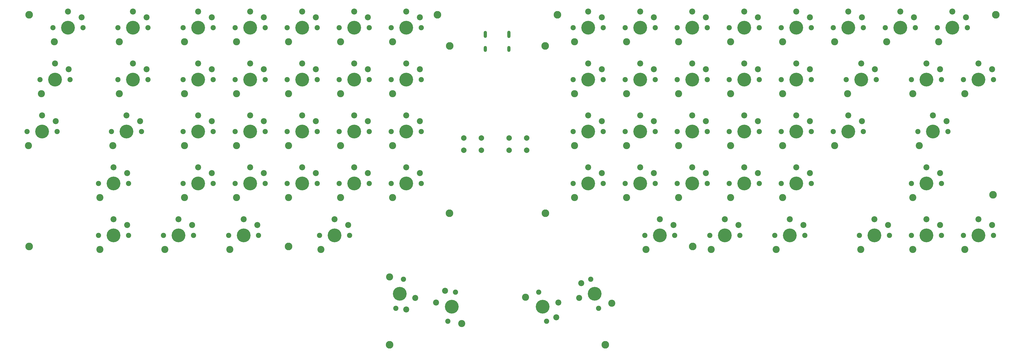
<source format=gbs>
G04 #@! TF.GenerationSoftware,KiCad,Pcbnew,(6.0.10)*
G04 #@! TF.CreationDate,2023-02-11T23:58:13+13:00*
G04 #@! TF.ProjectId,orthoCode,6f727468-6f43-46f6-9465-2e6b69636164,rev?*
G04 #@! TF.SameCoordinates,Original*
G04 #@! TF.FileFunction,Soldermask,Bot*
G04 #@! TF.FilePolarity,Negative*
%FSLAX46Y46*%
G04 Gerber Fmt 4.6, Leading zero omitted, Abs format (unit mm)*
G04 Created by KiCad (PCBNEW (6.0.10)) date 2023-02-11 23:58:13*
%MOMM*%
%LPD*%
G01*
G04 APERTURE LIST*
%ADD10C,2.800000*%
%ADD11C,2.000000*%
%ADD12C,1.900000*%
%ADD13C,5.050000*%
%ADD14C,2.600000*%
%ADD15C,2.200000*%
%ADD16O,1.200000X2.200000*%
%ADD17O,1.200000X2.700000*%
%ADD18O,1.200000X2.600000*%
G04 APERTURE END LIST*
D10*
X184900000Y-134800000D03*
X184900000Y-134800000D03*
X220100000Y-134800000D03*
X220100000Y-134800000D03*
X242000000Y-183000000D03*
X242000000Y-183000000D03*
X274000000Y-147000000D03*
X274000000Y-147000000D03*
X384000000Y-128000000D03*
X384000000Y-128000000D03*
X385000000Y-62000000D03*
X385000000Y-62000000D03*
X224500000Y-62000000D03*
X224500000Y-62000000D03*
X220000000Y-73400000D03*
X220000000Y-73400000D03*
X185000000Y-73400000D03*
X185000000Y-73400000D03*
X180500000Y-62000000D03*
X180500000Y-62000000D03*
X31000000Y-62000000D03*
X31000000Y-62000000D03*
X31000000Y-147000000D03*
X31000000Y-147000000D03*
X126000000Y-147000000D03*
X126000000Y-147000000D03*
X163000000Y-183000000D03*
X163000000Y-183000000D03*
D11*
X213250000Y-107150000D03*
X206750000Y-107150000D03*
X206750000Y-111650000D03*
X213250000Y-111650000D03*
D12*
X239548505Y-169618842D03*
X236701495Y-158993658D03*
D13*
X238125000Y-164306250D03*
D14*
X244393613Y-167802961D03*
D15*
X232426038Y-165833282D03*
X233160387Y-160460133D03*
D12*
X67412500Y-142875000D03*
D13*
X61912500Y-142875000D03*
D12*
X56412500Y-142875000D03*
D14*
X56912500Y-148025000D03*
D15*
X61912500Y-136975000D03*
X66912500Y-139075000D03*
D12*
X91225000Y-142875000D03*
D13*
X85725000Y-142875000D03*
D14*
X80725000Y-148025000D03*
D12*
X80225000Y-142875000D03*
D15*
X85725000Y-136975000D03*
X90725000Y-139075000D03*
D12*
X104037500Y-142875000D03*
X115037500Y-142875000D03*
D14*
X104537500Y-148025000D03*
D13*
X109537500Y-142875000D03*
D15*
X109537500Y-136975000D03*
X114537500Y-139075000D03*
D12*
X137375000Y-142875000D03*
D13*
X142875000Y-142875000D03*
D12*
X148375000Y-142875000D03*
D14*
X137875000Y-148025000D03*
D15*
X142875000Y-136975000D03*
X147875000Y-139075000D03*
D12*
X168111005Y-158993658D03*
D13*
X166687500Y-164306250D03*
D12*
X165263995Y-169618842D03*
D14*
X163007077Y-158143703D03*
D15*
X172386462Y-165833282D03*
X169063923Y-170119392D03*
D12*
X187161005Y-163756158D03*
D14*
X189417923Y-175231297D03*
D12*
X184313995Y-174381342D03*
D13*
X185737500Y-169068750D03*
D15*
X180038538Y-167541718D03*
X183361077Y-163255608D03*
D12*
X217651495Y-163756158D03*
D14*
X212806387Y-165572039D03*
D12*
X220498505Y-174381342D03*
D13*
X219075000Y-169068750D03*
D15*
X224773962Y-167541718D03*
X224039613Y-172914867D03*
D12*
X267437500Y-142875000D03*
X256437500Y-142875000D03*
D14*
X256937500Y-148025000D03*
D13*
X261937500Y-142875000D03*
D15*
X261937500Y-136975000D03*
X266937500Y-139075000D03*
D12*
X280250000Y-142875000D03*
X291250000Y-142875000D03*
D14*
X280750000Y-148025000D03*
D13*
X285750000Y-142875000D03*
D15*
X285750000Y-136975000D03*
X290750000Y-139075000D03*
D14*
X304562500Y-148025000D03*
D13*
X309562500Y-142875000D03*
D12*
X304062500Y-142875000D03*
X315062500Y-142875000D03*
D15*
X309562500Y-136975000D03*
X314562500Y-139075000D03*
D13*
X340518750Y-142875000D03*
D12*
X335018750Y-142875000D03*
X346018750Y-142875000D03*
D14*
X335518750Y-148025000D03*
D15*
X340518750Y-136975000D03*
X345518750Y-139075000D03*
D12*
X354068750Y-142875000D03*
X365068750Y-142875000D03*
D13*
X359568750Y-142875000D03*
D14*
X354568750Y-148025000D03*
D15*
X359568750Y-136975000D03*
X364568750Y-139075000D03*
D13*
X378618750Y-142875000D03*
D12*
X384118750Y-142875000D03*
D14*
X373618750Y-148025000D03*
D12*
X373118750Y-142875000D03*
D15*
X378618750Y-136975000D03*
X383618750Y-139075000D03*
D12*
X87368750Y-123825000D03*
D14*
X87868750Y-128975000D03*
D13*
X92868750Y-123825000D03*
D12*
X98368750Y-123825000D03*
D15*
X92868750Y-117925000D03*
X97868750Y-120025000D03*
D13*
X111918750Y-123825000D03*
D12*
X106418750Y-123825000D03*
D14*
X106918750Y-128975000D03*
D12*
X117418750Y-123825000D03*
D15*
X111918750Y-117925000D03*
X116918750Y-120025000D03*
D12*
X136468750Y-123825000D03*
X125468750Y-123825000D03*
D14*
X125968750Y-128975000D03*
D13*
X130968750Y-123825000D03*
D15*
X130968750Y-117925000D03*
X135968750Y-120025000D03*
D12*
X144518750Y-123825000D03*
D13*
X150018750Y-123825000D03*
D14*
X145018750Y-128975000D03*
D12*
X155518750Y-123825000D03*
D15*
X150018750Y-117925000D03*
X155018750Y-120025000D03*
D14*
X164068750Y-128975000D03*
D12*
X174568750Y-123825000D03*
X163568750Y-123825000D03*
D13*
X169068750Y-123825000D03*
D15*
X169068750Y-117925000D03*
X174068750Y-120025000D03*
D13*
X235743750Y-123825000D03*
D14*
X230743750Y-128975000D03*
D12*
X241243750Y-123825000D03*
X230243750Y-123825000D03*
D15*
X235743750Y-117925000D03*
X240743750Y-120025000D03*
D12*
X249293750Y-123825000D03*
D13*
X254793750Y-123825000D03*
D12*
X260293750Y-123825000D03*
D14*
X249793750Y-128975000D03*
D15*
X254793750Y-117925000D03*
X259793750Y-120025000D03*
D14*
X268843750Y-128975000D03*
D12*
X279343750Y-123825000D03*
D13*
X273843750Y-123825000D03*
D12*
X268343750Y-123825000D03*
D15*
X273843750Y-117925000D03*
X278843750Y-120025000D03*
D13*
X292893750Y-123825000D03*
D14*
X287893750Y-128975000D03*
D12*
X287393750Y-123825000D03*
X298393750Y-123825000D03*
D15*
X292893750Y-117925000D03*
X297893750Y-120025000D03*
D13*
X311943750Y-123825000D03*
D14*
X306943750Y-128975000D03*
D12*
X317443750Y-123825000D03*
X306443750Y-123825000D03*
D15*
X311943750Y-117925000D03*
X316943750Y-120025000D03*
D12*
X354068750Y-123825000D03*
X365068750Y-123825000D03*
D13*
X359568750Y-123825000D03*
D14*
X354568750Y-128975000D03*
D15*
X359568750Y-117925000D03*
X364568750Y-120025000D03*
D12*
X41218750Y-104775000D03*
X30218750Y-104775000D03*
D13*
X35718750Y-104775000D03*
D14*
X30718750Y-109925000D03*
D15*
X35718750Y-98875000D03*
X40718750Y-100975000D03*
D14*
X61675000Y-109925000D03*
D12*
X72175000Y-104775000D03*
X61175000Y-104775000D03*
D13*
X66675000Y-104775000D03*
D15*
X66675000Y-98875000D03*
X71675000Y-100975000D03*
D12*
X87368750Y-104775000D03*
D14*
X87868750Y-109925000D03*
D13*
X92868750Y-104775000D03*
D12*
X98368750Y-104775000D03*
D15*
X92868750Y-98875000D03*
X97868750Y-100975000D03*
D14*
X106918750Y-109925000D03*
D12*
X117418750Y-104775000D03*
D13*
X111918750Y-104775000D03*
D12*
X106418750Y-104775000D03*
D15*
X111918750Y-98875000D03*
X116918750Y-100975000D03*
D14*
X125968750Y-109925000D03*
D12*
X125468750Y-104775000D03*
X136468750Y-104775000D03*
D13*
X130968750Y-104775000D03*
D15*
X130968750Y-98875000D03*
X135968750Y-100975000D03*
D12*
X155518750Y-104775000D03*
D14*
X145018750Y-109925000D03*
D12*
X144518750Y-104775000D03*
D13*
X150018750Y-104775000D03*
D15*
X150018750Y-98875000D03*
X155018750Y-100975000D03*
D13*
X169068750Y-104775000D03*
D12*
X163568750Y-104775000D03*
D14*
X164068750Y-109925000D03*
D12*
X174568750Y-104775000D03*
D15*
X169068750Y-98875000D03*
X174068750Y-100975000D03*
D12*
X230243750Y-104775000D03*
X241243750Y-104775000D03*
D14*
X230743750Y-109925000D03*
D13*
X235743750Y-104775000D03*
D15*
X235743750Y-98875000D03*
X240743750Y-100975000D03*
D14*
X249793750Y-109925000D03*
D12*
X249293750Y-104775000D03*
X260293750Y-104775000D03*
D13*
X254793750Y-104775000D03*
D15*
X254793750Y-98875000D03*
X259793750Y-100975000D03*
D13*
X273843750Y-104775000D03*
D12*
X268343750Y-104775000D03*
D14*
X268843750Y-109925000D03*
D12*
X279343750Y-104775000D03*
D15*
X273843750Y-98875000D03*
X278843750Y-100975000D03*
D12*
X298393750Y-104775000D03*
D13*
X292893750Y-104775000D03*
D14*
X287893750Y-109925000D03*
D12*
X287393750Y-104775000D03*
D15*
X292893750Y-98875000D03*
X297893750Y-100975000D03*
D14*
X306943750Y-109925000D03*
D12*
X317443750Y-104775000D03*
X306443750Y-104775000D03*
D13*
X311943750Y-104775000D03*
D15*
X311943750Y-98875000D03*
X316943750Y-100975000D03*
D14*
X325993750Y-109925000D03*
D12*
X325493750Y-104775000D03*
D13*
X330993750Y-104775000D03*
D12*
X336493750Y-104775000D03*
D15*
X330993750Y-98875000D03*
X335993750Y-100975000D03*
D12*
X356450000Y-104775000D03*
D14*
X356950000Y-109925000D03*
D13*
X361950000Y-104775000D03*
D12*
X367450000Y-104775000D03*
D15*
X361950000Y-98875000D03*
X366950000Y-100975000D03*
D12*
X34981250Y-85725000D03*
D14*
X35481250Y-90875000D03*
D13*
X40481250Y-85725000D03*
D12*
X45981250Y-85725000D03*
D15*
X40481250Y-79825000D03*
X45481250Y-81925000D03*
D12*
X74556250Y-85725000D03*
D13*
X69056250Y-85725000D03*
D12*
X63556250Y-85725000D03*
D14*
X64056250Y-90875000D03*
D15*
X69056250Y-79825000D03*
X74056250Y-81925000D03*
D12*
X98368750Y-85725000D03*
X87368750Y-85725000D03*
D14*
X87868750Y-90875000D03*
D13*
X92868750Y-85725000D03*
D15*
X92868750Y-79825000D03*
X97868750Y-81925000D03*
D12*
X117418750Y-85725000D03*
D14*
X106918750Y-90875000D03*
D12*
X106418750Y-85725000D03*
D13*
X111918750Y-85725000D03*
D15*
X111918750Y-79825000D03*
X116918750Y-81925000D03*
D14*
X125968750Y-90875000D03*
D12*
X136468750Y-85725000D03*
X125468750Y-85725000D03*
D13*
X130968750Y-85725000D03*
D15*
X130968750Y-79825000D03*
X135968750Y-81925000D03*
D12*
X155518750Y-85725000D03*
D14*
X145018750Y-90875000D03*
D12*
X144518750Y-85725000D03*
D13*
X150018750Y-85725000D03*
D15*
X150018750Y-79825000D03*
X155018750Y-81925000D03*
D12*
X163568750Y-85725000D03*
D14*
X164068750Y-90875000D03*
D13*
X169068750Y-85725000D03*
D12*
X174568750Y-85725000D03*
D15*
X169068750Y-79825000D03*
X174068750Y-81925000D03*
D14*
X230743750Y-90875000D03*
D12*
X230243750Y-85725000D03*
X241243750Y-85725000D03*
D13*
X235743750Y-85725000D03*
D15*
X235743750Y-79825000D03*
X240743750Y-81925000D03*
D13*
X254793750Y-85725000D03*
D12*
X260293750Y-85725000D03*
X249293750Y-85725000D03*
D14*
X249793750Y-90875000D03*
D15*
X254793750Y-79825000D03*
X259793750Y-81925000D03*
D12*
X268343750Y-85725000D03*
X279343750Y-85725000D03*
D14*
X268843750Y-90875000D03*
D13*
X273843750Y-85725000D03*
D15*
X273843750Y-79825000D03*
X278843750Y-81925000D03*
D14*
X287893750Y-90875000D03*
D13*
X292893750Y-85725000D03*
D12*
X287393750Y-85725000D03*
X298393750Y-85725000D03*
D15*
X292893750Y-79825000D03*
X297893750Y-81925000D03*
D13*
X311943750Y-85725000D03*
D12*
X317443750Y-85725000D03*
X306443750Y-85725000D03*
D14*
X306943750Y-90875000D03*
D15*
X311943750Y-79825000D03*
X316943750Y-81925000D03*
D12*
X341256250Y-85725000D03*
D13*
X335756250Y-85725000D03*
D14*
X330756250Y-90875000D03*
D12*
X330256250Y-85725000D03*
D15*
X335756250Y-79825000D03*
X340756250Y-81925000D03*
D12*
X354068750Y-85725000D03*
X365068750Y-85725000D03*
D13*
X359568750Y-85725000D03*
D14*
X354568750Y-90875000D03*
D15*
X359568750Y-79825000D03*
X364568750Y-81925000D03*
D12*
X373118750Y-85725000D03*
X384118750Y-85725000D03*
D14*
X373618750Y-90875000D03*
D13*
X378618750Y-85725000D03*
D15*
X378618750Y-79825000D03*
X383618750Y-81925000D03*
D12*
X50743750Y-66675000D03*
X39743750Y-66675000D03*
D13*
X45243750Y-66675000D03*
D14*
X40243750Y-71825000D03*
D15*
X45243750Y-60775000D03*
X50243750Y-62875000D03*
D12*
X74556250Y-66675000D03*
D13*
X69056250Y-66675000D03*
D12*
X63556250Y-66675000D03*
D14*
X64056250Y-71825000D03*
D15*
X69056250Y-60775000D03*
X74056250Y-62875000D03*
D13*
X92868750Y-66675000D03*
D12*
X87368750Y-66675000D03*
X98368750Y-66675000D03*
D14*
X87868750Y-71825000D03*
D15*
X92868750Y-60775000D03*
X97868750Y-62875000D03*
D12*
X117418750Y-66675000D03*
X106418750Y-66675000D03*
D13*
X111918750Y-66675000D03*
D14*
X106918750Y-71825000D03*
D15*
X111918750Y-60775000D03*
X116918750Y-62875000D03*
D12*
X125468750Y-66675000D03*
D14*
X125968750Y-71825000D03*
D13*
X130968750Y-66675000D03*
D12*
X136468750Y-66675000D03*
D15*
X130968750Y-60775000D03*
X135968750Y-62875000D03*
D12*
X155518750Y-66675000D03*
D13*
X150018750Y-66675000D03*
D12*
X144518750Y-66675000D03*
D14*
X145018750Y-71825000D03*
D15*
X150018750Y-60775000D03*
X155018750Y-62875000D03*
D14*
X164068750Y-71825000D03*
D12*
X174568750Y-66675000D03*
D13*
X169068750Y-66675000D03*
D12*
X163568750Y-66675000D03*
D15*
X169068750Y-60775000D03*
X174068750Y-62875000D03*
D12*
X230243750Y-66675000D03*
D14*
X230743750Y-71825000D03*
D13*
X235743750Y-66675000D03*
D12*
X241243750Y-66675000D03*
D15*
X235743750Y-60775000D03*
X240743750Y-62875000D03*
D12*
X260293750Y-66675000D03*
X249293750Y-66675000D03*
D14*
X249793750Y-71825000D03*
D13*
X254793750Y-66675000D03*
D15*
X254793750Y-60775000D03*
X259793750Y-62875000D03*
D14*
X268843750Y-71825000D03*
D13*
X273843750Y-66675000D03*
D12*
X279343750Y-66675000D03*
X268343750Y-66675000D03*
D15*
X273843750Y-60775000D03*
X278843750Y-62875000D03*
D12*
X298393750Y-66675000D03*
X287393750Y-66675000D03*
D13*
X292893750Y-66675000D03*
D14*
X287893750Y-71825000D03*
D15*
X292893750Y-60775000D03*
X297893750Y-62875000D03*
D12*
X317443750Y-66675000D03*
X306443750Y-66675000D03*
D14*
X306943750Y-71825000D03*
D13*
X311943750Y-66675000D03*
D15*
X311943750Y-60775000D03*
X316943750Y-62875000D03*
D12*
X336493750Y-66675000D03*
X325493750Y-66675000D03*
D13*
X330993750Y-66675000D03*
D14*
X325993750Y-71825000D03*
D15*
X330993750Y-60775000D03*
X335993750Y-62875000D03*
D13*
X350043750Y-66675000D03*
D12*
X344543750Y-66675000D03*
X355543750Y-66675000D03*
D14*
X345043750Y-71825000D03*
D15*
X350043750Y-60775000D03*
X355043750Y-62875000D03*
D13*
X369093750Y-66675000D03*
D14*
X364093750Y-71825000D03*
D12*
X363593750Y-66675000D03*
X374593750Y-66675000D03*
D15*
X369093750Y-60775000D03*
X374093750Y-62875000D03*
D11*
X190150000Y-111650000D03*
X196650000Y-111650000D03*
X196650000Y-107150000D03*
X190150000Y-107150000D03*
D14*
X56912500Y-128975000D03*
D13*
X61912500Y-123825000D03*
D12*
X67412500Y-123825000D03*
X56412500Y-123825000D03*
D15*
X61912500Y-117925000D03*
X66912500Y-120025000D03*
D16*
X206720000Y-74472500D03*
X198080000Y-74472500D03*
D17*
X206720000Y-69112500D03*
D18*
X198080000Y-69112500D03*
M02*

</source>
